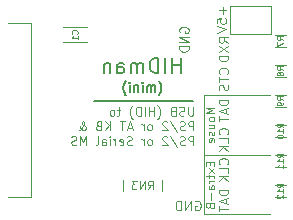
<source format=gbr>
%TF.GenerationSoftware,KiCad,Pcbnew,(5.1.9)-1*%
%TF.CreationDate,2022-11-25T13:08:51-06:00*%
%TF.ProjectId,pcb,7063622e-6b69-4636-9164-5f7063625858,rev?*%
%TF.SameCoordinates,Original*%
%TF.FileFunction,Legend,Bot*%
%TF.FilePolarity,Positive*%
%FSLAX46Y46*%
G04 Gerber Fmt 4.6, Leading zero omitted, Abs format (unit mm)*
G04 Created by KiCad (PCBNEW (5.1.9)-1) date 2022-11-25 13:08:51*
%MOMM*%
%LPD*%
G01*
G04 APERTURE LIST*
%ADD10C,0.130000*%
%ADD11C,0.150000*%
%ADD12C,0.120000*%
%ADD13C,0.200000*%
%ADD14C,0.100000*%
%ADD15C,0.110000*%
G04 APERTURE END LIST*
D10*
X141090476Y-100361666D02*
X141128571Y-100323571D01*
X141204761Y-100209285D01*
X141242857Y-100133095D01*
X141280952Y-100018809D01*
X141319047Y-99828333D01*
X141319047Y-99675952D01*
X141280952Y-99485476D01*
X141242857Y-99371190D01*
X141204761Y-99295000D01*
X141128571Y-99180714D01*
X141090476Y-99142619D01*
X140785714Y-100056904D02*
X140785714Y-99523571D01*
X140785714Y-99599761D02*
X140747619Y-99561666D01*
X140671428Y-99523571D01*
X140557142Y-99523571D01*
X140480952Y-99561666D01*
X140442857Y-99637857D01*
X140442857Y-100056904D01*
X140442857Y-99637857D02*
X140404761Y-99561666D01*
X140328571Y-99523571D01*
X140214285Y-99523571D01*
X140138095Y-99561666D01*
X140100000Y-99637857D01*
X140100000Y-100056904D01*
X139719047Y-100056904D02*
X139719047Y-99523571D01*
X139719047Y-99256904D02*
X139757142Y-99295000D01*
X139719047Y-99333095D01*
X139680952Y-99295000D01*
X139719047Y-99256904D01*
X139719047Y-99333095D01*
X139338095Y-99523571D02*
X139338095Y-100056904D01*
X139338095Y-99599761D02*
X139300000Y-99561666D01*
X139223809Y-99523571D01*
X139109523Y-99523571D01*
X139033333Y-99561666D01*
X138995238Y-99637857D01*
X138995238Y-100056904D01*
X138614285Y-100056904D02*
X138614285Y-99523571D01*
X138614285Y-99256904D02*
X138652380Y-99295000D01*
X138614285Y-99333095D01*
X138576190Y-99295000D01*
X138614285Y-99256904D01*
X138614285Y-99333095D01*
X138309523Y-100361666D02*
X138271428Y-100323571D01*
X138195238Y-100209285D01*
X138157142Y-100133095D01*
X138119047Y-100018809D01*
X138080952Y-99828333D01*
X138080952Y-99675952D01*
X138119047Y-99485476D01*
X138157142Y-99371190D01*
X138195238Y-99295000D01*
X138271428Y-99180714D01*
X138309523Y-99142619D01*
D11*
X144018000Y-100838000D02*
X135636000Y-100838000D01*
D12*
X142856000Y-95021476D02*
X142817904Y-94945285D01*
X142817904Y-94831000D01*
X142856000Y-94716714D01*
X142932190Y-94640523D01*
X143008380Y-94602428D01*
X143160761Y-94564333D01*
X143275047Y-94564333D01*
X143427428Y-94602428D01*
X143503619Y-94640523D01*
X143579809Y-94716714D01*
X143617904Y-94831000D01*
X143617904Y-94907190D01*
X143579809Y-95021476D01*
X143541714Y-95059571D01*
X143275047Y-95059571D01*
X143275047Y-94907190D01*
X143617904Y-95402428D02*
X142817904Y-95402428D01*
X143617904Y-95859571D01*
X142817904Y-95859571D01*
X143617904Y-96240523D02*
X142817904Y-96240523D01*
X142817904Y-96431000D01*
X142856000Y-96545285D01*
X142932190Y-96621476D01*
X143008380Y-96659571D01*
X143160761Y-96697666D01*
X143275047Y-96697666D01*
X143427428Y-96659571D01*
X143503619Y-96621476D01*
X143579809Y-96545285D01*
X143617904Y-96431000D01*
X143617904Y-96240523D01*
X144015428Y-101341285D02*
X144015428Y-101948428D01*
X143979714Y-102019857D01*
X143944000Y-102055571D01*
X143872571Y-102091285D01*
X143729714Y-102091285D01*
X143658285Y-102055571D01*
X143622571Y-102019857D01*
X143586857Y-101948428D01*
X143586857Y-101341285D01*
X143265428Y-102055571D02*
X143158285Y-102091285D01*
X142979714Y-102091285D01*
X142908285Y-102055571D01*
X142872571Y-102019857D01*
X142836857Y-101948428D01*
X142836857Y-101877000D01*
X142872571Y-101805571D01*
X142908285Y-101769857D01*
X142979714Y-101734142D01*
X143122571Y-101698428D01*
X143194000Y-101662714D01*
X143229714Y-101627000D01*
X143265428Y-101555571D01*
X143265428Y-101484142D01*
X143229714Y-101412714D01*
X143194000Y-101377000D01*
X143122571Y-101341285D01*
X142944000Y-101341285D01*
X142836857Y-101377000D01*
X142265428Y-101698428D02*
X142158285Y-101734142D01*
X142122571Y-101769857D01*
X142086857Y-101841285D01*
X142086857Y-101948428D01*
X142122571Y-102019857D01*
X142158285Y-102055571D01*
X142229714Y-102091285D01*
X142515428Y-102091285D01*
X142515428Y-101341285D01*
X142265428Y-101341285D01*
X142194000Y-101377000D01*
X142158285Y-101412714D01*
X142122571Y-101484142D01*
X142122571Y-101555571D01*
X142158285Y-101627000D01*
X142194000Y-101662714D01*
X142265428Y-101698428D01*
X142515428Y-101698428D01*
X140979714Y-102377000D02*
X141015428Y-102341285D01*
X141086857Y-102234142D01*
X141122571Y-102162714D01*
X141158285Y-102055571D01*
X141194000Y-101877000D01*
X141194000Y-101734142D01*
X141158285Y-101555571D01*
X141122571Y-101448428D01*
X141086857Y-101377000D01*
X141015428Y-101269857D01*
X140979714Y-101234142D01*
X140694000Y-102091285D02*
X140694000Y-101341285D01*
X140694000Y-101698428D02*
X140265428Y-101698428D01*
X140265428Y-102091285D02*
X140265428Y-101341285D01*
X139908285Y-102091285D02*
X139908285Y-101341285D01*
X139551142Y-102091285D02*
X139551142Y-101341285D01*
X139372571Y-101341285D01*
X139265428Y-101377000D01*
X139194000Y-101448428D01*
X139158285Y-101519857D01*
X139122571Y-101662714D01*
X139122571Y-101769857D01*
X139158285Y-101912714D01*
X139194000Y-101984142D01*
X139265428Y-102055571D01*
X139372571Y-102091285D01*
X139551142Y-102091285D01*
X138872571Y-102377000D02*
X138836857Y-102341285D01*
X138765428Y-102234142D01*
X138729714Y-102162714D01*
X138694000Y-102055571D01*
X138658285Y-101877000D01*
X138658285Y-101734142D01*
X138694000Y-101555571D01*
X138729714Y-101448428D01*
X138765428Y-101377000D01*
X138836857Y-101269857D01*
X138872571Y-101234142D01*
X137836857Y-101591285D02*
X137551142Y-101591285D01*
X137729714Y-101341285D02*
X137729714Y-101984142D01*
X137694000Y-102055571D01*
X137622571Y-102091285D01*
X137551142Y-102091285D01*
X137194000Y-102091285D02*
X137265428Y-102055571D01*
X137301142Y-102019857D01*
X137336857Y-101948428D01*
X137336857Y-101734142D01*
X137301142Y-101662714D01*
X137265428Y-101627000D01*
X137194000Y-101591285D01*
X137086857Y-101591285D01*
X137015428Y-101627000D01*
X136979714Y-101662714D01*
X136944000Y-101734142D01*
X136944000Y-101948428D01*
X136979714Y-102019857D01*
X137015428Y-102055571D01*
X137086857Y-102091285D01*
X137194000Y-102091285D01*
X144015428Y-103336285D02*
X144015428Y-102586285D01*
X143729714Y-102586285D01*
X143658285Y-102622000D01*
X143622571Y-102657714D01*
X143586857Y-102729142D01*
X143586857Y-102836285D01*
X143622571Y-102907714D01*
X143658285Y-102943428D01*
X143729714Y-102979142D01*
X144015428Y-102979142D01*
X143301142Y-103300571D02*
X143194000Y-103336285D01*
X143015428Y-103336285D01*
X142944000Y-103300571D01*
X142908285Y-103264857D01*
X142872571Y-103193428D01*
X142872571Y-103122000D01*
X142908285Y-103050571D01*
X142944000Y-103014857D01*
X143015428Y-102979142D01*
X143158285Y-102943428D01*
X143229714Y-102907714D01*
X143265428Y-102872000D01*
X143301142Y-102800571D01*
X143301142Y-102729142D01*
X143265428Y-102657714D01*
X143229714Y-102622000D01*
X143158285Y-102586285D01*
X142979714Y-102586285D01*
X142872571Y-102622000D01*
X142015428Y-102550571D02*
X142658285Y-103514857D01*
X141801142Y-102657714D02*
X141765428Y-102622000D01*
X141694000Y-102586285D01*
X141515428Y-102586285D01*
X141444000Y-102622000D01*
X141408285Y-102657714D01*
X141372571Y-102729142D01*
X141372571Y-102800571D01*
X141408285Y-102907714D01*
X141836857Y-103336285D01*
X141372571Y-103336285D01*
X140372571Y-103336285D02*
X140444000Y-103300571D01*
X140479714Y-103264857D01*
X140515428Y-103193428D01*
X140515428Y-102979142D01*
X140479714Y-102907714D01*
X140444000Y-102872000D01*
X140372571Y-102836285D01*
X140265428Y-102836285D01*
X140194000Y-102872000D01*
X140158285Y-102907714D01*
X140122571Y-102979142D01*
X140122571Y-103193428D01*
X140158285Y-103264857D01*
X140194000Y-103300571D01*
X140265428Y-103336285D01*
X140372571Y-103336285D01*
X139801142Y-103336285D02*
X139801142Y-102836285D01*
X139801142Y-102979142D02*
X139765428Y-102907714D01*
X139729714Y-102872000D01*
X139658285Y-102836285D01*
X139586857Y-102836285D01*
X138801142Y-103122000D02*
X138444000Y-103122000D01*
X138872571Y-103336285D02*
X138622571Y-102586285D01*
X138372571Y-103336285D01*
X138229714Y-102586285D02*
X137801142Y-102586285D01*
X138015428Y-103336285D02*
X138015428Y-102586285D01*
X136979714Y-103336285D02*
X136979714Y-102586285D01*
X136551142Y-103336285D02*
X136872571Y-102907714D01*
X136551142Y-102586285D02*
X136979714Y-103014857D01*
X135979714Y-102943428D02*
X135872571Y-102979142D01*
X135836857Y-103014857D01*
X135801142Y-103086285D01*
X135801142Y-103193428D01*
X135836857Y-103264857D01*
X135872571Y-103300571D01*
X135944000Y-103336285D01*
X136229714Y-103336285D01*
X136229714Y-102586285D01*
X135979714Y-102586285D01*
X135908285Y-102622000D01*
X135872571Y-102657714D01*
X135836857Y-102729142D01*
X135836857Y-102800571D01*
X135872571Y-102872000D01*
X135908285Y-102907714D01*
X135979714Y-102943428D01*
X136229714Y-102943428D01*
X134301142Y-103336285D02*
X134336857Y-103336285D01*
X134408285Y-103300571D01*
X134515428Y-103193428D01*
X134694000Y-102979142D01*
X134765428Y-102872000D01*
X134801142Y-102764857D01*
X134801142Y-102693428D01*
X134765428Y-102622000D01*
X134694000Y-102586285D01*
X134658285Y-102586285D01*
X134586857Y-102622000D01*
X134551142Y-102693428D01*
X134551142Y-102729142D01*
X134586857Y-102800571D01*
X134622571Y-102836285D01*
X134836857Y-102979142D01*
X134872571Y-103014857D01*
X134908285Y-103086285D01*
X134908285Y-103193428D01*
X134872571Y-103264857D01*
X134836857Y-103300571D01*
X134765428Y-103336285D01*
X134658285Y-103336285D01*
X134586857Y-103300571D01*
X134551142Y-103264857D01*
X134444000Y-103122000D01*
X134408285Y-103014857D01*
X134408285Y-102943428D01*
X144015428Y-104581285D02*
X144015428Y-103831285D01*
X143729714Y-103831285D01*
X143658285Y-103867000D01*
X143622571Y-103902714D01*
X143586857Y-103974142D01*
X143586857Y-104081285D01*
X143622571Y-104152714D01*
X143658285Y-104188428D01*
X143729714Y-104224142D01*
X144015428Y-104224142D01*
X143301142Y-104545571D02*
X143194000Y-104581285D01*
X143015428Y-104581285D01*
X142944000Y-104545571D01*
X142908285Y-104509857D01*
X142872571Y-104438428D01*
X142872571Y-104367000D01*
X142908285Y-104295571D01*
X142944000Y-104259857D01*
X143015428Y-104224142D01*
X143158285Y-104188428D01*
X143229714Y-104152714D01*
X143265428Y-104117000D01*
X143301142Y-104045571D01*
X143301142Y-103974142D01*
X143265428Y-103902714D01*
X143229714Y-103867000D01*
X143158285Y-103831285D01*
X142979714Y-103831285D01*
X142872571Y-103867000D01*
X142015428Y-103795571D02*
X142658285Y-104759857D01*
X141801142Y-103902714D02*
X141765428Y-103867000D01*
X141694000Y-103831285D01*
X141515428Y-103831285D01*
X141444000Y-103867000D01*
X141408285Y-103902714D01*
X141372571Y-103974142D01*
X141372571Y-104045571D01*
X141408285Y-104152714D01*
X141836857Y-104581285D01*
X141372571Y-104581285D01*
X140372571Y-104581285D02*
X140444000Y-104545571D01*
X140479714Y-104509857D01*
X140515428Y-104438428D01*
X140515428Y-104224142D01*
X140479714Y-104152714D01*
X140444000Y-104117000D01*
X140372571Y-104081285D01*
X140265428Y-104081285D01*
X140194000Y-104117000D01*
X140158285Y-104152714D01*
X140122571Y-104224142D01*
X140122571Y-104438428D01*
X140158285Y-104509857D01*
X140194000Y-104545571D01*
X140265428Y-104581285D01*
X140372571Y-104581285D01*
X139801142Y-104581285D02*
X139801142Y-104081285D01*
X139801142Y-104224142D02*
X139765428Y-104152714D01*
X139729714Y-104117000D01*
X139658285Y-104081285D01*
X139586857Y-104081285D01*
X138801142Y-104545571D02*
X138694000Y-104581285D01*
X138515428Y-104581285D01*
X138444000Y-104545571D01*
X138408285Y-104509857D01*
X138372571Y-104438428D01*
X138372571Y-104367000D01*
X138408285Y-104295571D01*
X138444000Y-104259857D01*
X138515428Y-104224142D01*
X138658285Y-104188428D01*
X138729714Y-104152714D01*
X138765428Y-104117000D01*
X138801142Y-104045571D01*
X138801142Y-103974142D01*
X138765428Y-103902714D01*
X138729714Y-103867000D01*
X138658285Y-103831285D01*
X138479714Y-103831285D01*
X138372571Y-103867000D01*
X137765428Y-104545571D02*
X137836857Y-104581285D01*
X137979714Y-104581285D01*
X138051142Y-104545571D01*
X138086857Y-104474142D01*
X138086857Y-104188428D01*
X138051142Y-104117000D01*
X137979714Y-104081285D01*
X137836857Y-104081285D01*
X137765428Y-104117000D01*
X137729714Y-104188428D01*
X137729714Y-104259857D01*
X138086857Y-104331285D01*
X137408285Y-104581285D02*
X137408285Y-104081285D01*
X137408285Y-104224142D02*
X137372571Y-104152714D01*
X137336857Y-104117000D01*
X137265428Y-104081285D01*
X137194000Y-104081285D01*
X136944000Y-104581285D02*
X136944000Y-104081285D01*
X136944000Y-103831285D02*
X136979714Y-103867000D01*
X136944000Y-103902714D01*
X136908285Y-103867000D01*
X136944000Y-103831285D01*
X136944000Y-103902714D01*
X136265428Y-104581285D02*
X136265428Y-104188428D01*
X136301142Y-104117000D01*
X136372571Y-104081285D01*
X136515428Y-104081285D01*
X136586857Y-104117000D01*
X136265428Y-104545571D02*
X136336857Y-104581285D01*
X136515428Y-104581285D01*
X136586857Y-104545571D01*
X136622571Y-104474142D01*
X136622571Y-104402714D01*
X136586857Y-104331285D01*
X136515428Y-104295571D01*
X136336857Y-104295571D01*
X136265428Y-104259857D01*
X135801142Y-104581285D02*
X135872571Y-104545571D01*
X135908285Y-104474142D01*
X135908285Y-103831285D01*
X134944000Y-104581285D02*
X134944000Y-103831285D01*
X134694000Y-104367000D01*
X134444000Y-103831285D01*
X134444000Y-104581285D01*
X134122571Y-104545571D02*
X134015428Y-104581285D01*
X133836857Y-104581285D01*
X133765428Y-104545571D01*
X133729714Y-104509857D01*
X133694000Y-104438428D01*
X133694000Y-104367000D01*
X133729714Y-104295571D01*
X133765428Y-104259857D01*
X133836857Y-104224142D01*
X133979714Y-104188428D01*
X134051142Y-104152714D01*
X134086857Y-104117000D01*
X134122571Y-104045571D01*
X134122571Y-103974142D01*
X134086857Y-103902714D01*
X134051142Y-103867000D01*
X133979714Y-103831285D01*
X133801142Y-103831285D01*
X133694000Y-103867000D01*
D13*
X142944047Y-98482476D02*
X142944047Y-97232476D01*
X142944047Y-97827714D02*
X142229761Y-97827714D01*
X142229761Y-98482476D02*
X142229761Y-97232476D01*
X141634523Y-98482476D02*
X141634523Y-97232476D01*
X141039285Y-98482476D02*
X141039285Y-97232476D01*
X140741666Y-97232476D01*
X140563095Y-97292000D01*
X140444047Y-97411047D01*
X140384523Y-97530095D01*
X140325000Y-97768190D01*
X140325000Y-97946761D01*
X140384523Y-98184857D01*
X140444047Y-98303904D01*
X140563095Y-98422952D01*
X140741666Y-98482476D01*
X141039285Y-98482476D01*
X139789285Y-98482476D02*
X139789285Y-97649142D01*
X139789285Y-97768190D02*
X139729761Y-97708666D01*
X139610714Y-97649142D01*
X139432142Y-97649142D01*
X139313095Y-97708666D01*
X139253571Y-97827714D01*
X139253571Y-98482476D01*
X139253571Y-97827714D02*
X139194047Y-97708666D01*
X139075000Y-97649142D01*
X138896428Y-97649142D01*
X138777380Y-97708666D01*
X138717857Y-97827714D01*
X138717857Y-98482476D01*
X137586904Y-98482476D02*
X137586904Y-97827714D01*
X137646428Y-97708666D01*
X137765476Y-97649142D01*
X138003571Y-97649142D01*
X138122619Y-97708666D01*
X137586904Y-98422952D02*
X137705952Y-98482476D01*
X138003571Y-98482476D01*
X138122619Y-98422952D01*
X138182142Y-98303904D01*
X138182142Y-98184857D01*
X138122619Y-98065809D01*
X138003571Y-98006285D01*
X137705952Y-98006285D01*
X137586904Y-97946761D01*
X136991666Y-97649142D02*
X136991666Y-98482476D01*
X136991666Y-97768190D02*
X136932142Y-97708666D01*
X136813095Y-97649142D01*
X136634523Y-97649142D01*
X136515476Y-97708666D01*
X136455952Y-97827714D01*
X136455952Y-98482476D01*
D12*
X150495000Y-100330000D02*
X144907000Y-100330000D01*
X150495000Y-110426500D02*
X144907000Y-110426500D01*
X144907000Y-105410000D02*
X144907000Y-110426500D01*
X144907000Y-100330000D02*
X144907000Y-105410000D01*
X150495000Y-105410000D02*
X144907000Y-105410000D01*
X144183023Y-109328000D02*
X144259214Y-109289904D01*
X144373500Y-109289904D01*
X144487785Y-109328000D01*
X144563976Y-109404190D01*
X144602071Y-109480380D01*
X144640166Y-109632761D01*
X144640166Y-109747047D01*
X144602071Y-109899428D01*
X144563976Y-109975619D01*
X144487785Y-110051809D01*
X144373500Y-110089904D01*
X144297309Y-110089904D01*
X144183023Y-110051809D01*
X144144928Y-110013714D01*
X144144928Y-109747047D01*
X144297309Y-109747047D01*
X143802071Y-110089904D02*
X143802071Y-109289904D01*
X143344928Y-110089904D01*
X143344928Y-109289904D01*
X142963976Y-110089904D02*
X142963976Y-109289904D01*
X142773500Y-109289904D01*
X142659214Y-109328000D01*
X142583023Y-109404190D01*
X142544928Y-109480380D01*
X142506833Y-109632761D01*
X142506833Y-109747047D01*
X142544928Y-109899428D01*
X142583023Y-109975619D01*
X142659214Y-110051809D01*
X142773500Y-110089904D01*
X142963976Y-110089904D01*
X145428500Y-106000000D02*
X145428500Y-106233333D01*
X145795166Y-106333333D02*
X145795166Y-106000000D01*
X145095166Y-106000000D01*
X145095166Y-106333333D01*
X145795166Y-106566666D02*
X145328500Y-106933333D01*
X145328500Y-106566666D02*
X145795166Y-106933333D01*
X145328500Y-107100000D02*
X145328500Y-107366666D01*
X145095166Y-107200000D02*
X145695166Y-107200000D01*
X145761833Y-107233333D01*
X145795166Y-107300000D01*
X145795166Y-107366666D01*
X145795166Y-107600000D02*
X145328500Y-107600000D01*
X145461833Y-107600000D02*
X145395166Y-107633333D01*
X145361833Y-107666666D01*
X145328500Y-107733333D01*
X145328500Y-107800000D01*
X145795166Y-108333333D02*
X145428500Y-108333333D01*
X145361833Y-108300000D01*
X145328500Y-108233333D01*
X145328500Y-108100000D01*
X145361833Y-108033333D01*
X145761833Y-108333333D02*
X145795166Y-108266666D01*
X145795166Y-108100000D01*
X145761833Y-108033333D01*
X145695166Y-108000000D01*
X145628500Y-108000000D01*
X145561833Y-108033333D01*
X145528500Y-108100000D01*
X145528500Y-108266666D01*
X145495166Y-108333333D01*
X145528500Y-108666666D02*
X145528500Y-109200000D01*
X145428500Y-109766666D02*
X145461833Y-109866666D01*
X145495166Y-109900000D01*
X145561833Y-109933333D01*
X145661833Y-109933333D01*
X145728500Y-109900000D01*
X145761833Y-109866666D01*
X145795166Y-109800000D01*
X145795166Y-109533333D01*
X145095166Y-109533333D01*
X145095166Y-109766666D01*
X145128500Y-109833333D01*
X145161833Y-109866666D01*
X145228500Y-109900000D01*
X145295166Y-109900000D01*
X145361833Y-109866666D01*
X145395166Y-109833333D01*
X145428500Y-109766666D01*
X145428500Y-109533333D01*
X145795166Y-101420000D02*
X145095166Y-101420000D01*
X145595166Y-101653333D01*
X145095166Y-101886666D01*
X145795166Y-101886666D01*
X145795166Y-102320000D02*
X145761833Y-102253333D01*
X145728500Y-102220000D01*
X145661833Y-102186666D01*
X145461833Y-102186666D01*
X145395166Y-102220000D01*
X145361833Y-102253333D01*
X145328500Y-102320000D01*
X145328500Y-102420000D01*
X145361833Y-102486666D01*
X145395166Y-102520000D01*
X145461833Y-102553333D01*
X145661833Y-102553333D01*
X145728500Y-102520000D01*
X145761833Y-102486666D01*
X145795166Y-102420000D01*
X145795166Y-102320000D01*
X145328500Y-103153333D02*
X145795166Y-103153333D01*
X145328500Y-102853333D02*
X145695166Y-102853333D01*
X145761833Y-102886666D01*
X145795166Y-102953333D01*
X145795166Y-103053333D01*
X145761833Y-103120000D01*
X145728500Y-103153333D01*
X145761833Y-103453333D02*
X145795166Y-103520000D01*
X145795166Y-103653333D01*
X145761833Y-103720000D01*
X145695166Y-103753333D01*
X145661833Y-103753333D01*
X145595166Y-103720000D01*
X145561833Y-103653333D01*
X145561833Y-103553333D01*
X145528500Y-103486666D01*
X145461833Y-103453333D01*
X145428500Y-103453333D01*
X145361833Y-103486666D01*
X145328500Y-103553333D01*
X145328500Y-103653333D01*
X145361833Y-103720000D01*
X145761833Y-104320000D02*
X145795166Y-104253333D01*
X145795166Y-104120000D01*
X145761833Y-104053333D01*
X145695166Y-104020000D01*
X145428500Y-104020000D01*
X145361833Y-104053333D01*
X145328500Y-104120000D01*
X145328500Y-104253333D01*
X145361833Y-104320000D01*
X145428500Y-104353333D01*
X145495166Y-104353333D01*
X145561833Y-104020000D01*
X146983404Y-108362857D02*
X146183404Y-108362857D01*
X146183404Y-108553333D01*
X146221500Y-108667619D01*
X146297690Y-108743809D01*
X146373880Y-108781904D01*
X146526261Y-108820000D01*
X146640547Y-108820000D01*
X146792928Y-108781904D01*
X146869119Y-108743809D01*
X146945309Y-108667619D01*
X146983404Y-108553333D01*
X146983404Y-108362857D01*
X146754833Y-109124761D02*
X146754833Y-109505714D01*
X146983404Y-109048571D02*
X146183404Y-109315238D01*
X146983404Y-109581904D01*
X146183404Y-109734285D02*
X146183404Y-110191428D01*
X146983404Y-109962857D02*
X146183404Y-109962857D01*
X146907214Y-106203809D02*
X146945309Y-106165714D01*
X146983404Y-106051428D01*
X146983404Y-105975238D01*
X146945309Y-105860952D01*
X146869119Y-105784761D01*
X146792928Y-105746666D01*
X146640547Y-105708571D01*
X146526261Y-105708571D01*
X146373880Y-105746666D01*
X146297690Y-105784761D01*
X146221500Y-105860952D01*
X146183404Y-105975238D01*
X146183404Y-106051428D01*
X146221500Y-106165714D01*
X146259595Y-106203809D01*
X146983404Y-106927619D02*
X146983404Y-106546666D01*
X146183404Y-106546666D01*
X146983404Y-107194285D02*
X146183404Y-107194285D01*
X146983404Y-107651428D02*
X146526261Y-107308571D01*
X146183404Y-107651428D02*
X146640547Y-107194285D01*
X146983404Y-95923166D02*
X146602452Y-95656500D01*
X146983404Y-95466023D02*
X146183404Y-95466023D01*
X146183404Y-95770785D01*
X146221500Y-95846976D01*
X146259595Y-95885071D01*
X146335785Y-95923166D01*
X146450071Y-95923166D01*
X146526261Y-95885071D01*
X146564357Y-95846976D01*
X146602452Y-95770785D01*
X146602452Y-95466023D01*
X146183404Y-96189833D02*
X146983404Y-96723166D01*
X146183404Y-96723166D02*
X146983404Y-96189833D01*
X146983404Y-97027928D02*
X146183404Y-97027928D01*
X146183404Y-97218404D01*
X146221500Y-97332690D01*
X146297690Y-97408880D01*
X146373880Y-97446976D01*
X146526261Y-97485071D01*
X146640547Y-97485071D01*
X146792928Y-97446976D01*
X146869119Y-97408880D01*
X146945309Y-97332690D01*
X146983404Y-97218404D01*
X146983404Y-97027928D01*
X146907214Y-98558404D02*
X146945309Y-98520309D01*
X146983404Y-98406023D01*
X146983404Y-98329833D01*
X146945309Y-98215547D01*
X146869119Y-98139357D01*
X146792928Y-98101261D01*
X146640547Y-98063166D01*
X146526261Y-98063166D01*
X146373880Y-98101261D01*
X146297690Y-98139357D01*
X146221500Y-98215547D01*
X146183404Y-98329833D01*
X146183404Y-98406023D01*
X146221500Y-98520309D01*
X146259595Y-98558404D01*
X146183404Y-98786976D02*
X146183404Y-99244119D01*
X146983404Y-99015547D02*
X146183404Y-99015547D01*
X146945309Y-99472690D02*
X146983404Y-99586976D01*
X146983404Y-99777452D01*
X146945309Y-99853642D01*
X146907214Y-99891738D01*
X146831023Y-99929833D01*
X146754833Y-99929833D01*
X146678642Y-99891738D01*
X146640547Y-99853642D01*
X146602452Y-99777452D01*
X146564357Y-99625071D01*
X146526261Y-99548880D01*
X146488166Y-99510785D01*
X146411976Y-99472690D01*
X146335785Y-99472690D01*
X146259595Y-99510785D01*
X146221500Y-99548880D01*
X146183404Y-99625071D01*
X146183404Y-99815547D01*
X146221500Y-99929833D01*
X146488142Y-92887928D02*
X146488142Y-93497452D01*
X146792904Y-93192690D02*
X146183380Y-93192690D01*
X145992904Y-94259357D02*
X145992904Y-93878404D01*
X146373857Y-93840309D01*
X146335761Y-93878404D01*
X146297666Y-93954595D01*
X146297666Y-94145071D01*
X146335761Y-94221261D01*
X146373857Y-94259357D01*
X146450047Y-94297452D01*
X146640523Y-94297452D01*
X146716714Y-94259357D01*
X146754809Y-94221261D01*
X146792904Y-94145071D01*
X146792904Y-93954595D01*
X146754809Y-93878404D01*
X146716714Y-93840309D01*
X145992904Y-94526023D02*
X146792904Y-94792690D01*
X145992904Y-95059357D01*
X146907214Y-103663809D02*
X146945309Y-103625714D01*
X146983404Y-103511428D01*
X146983404Y-103435238D01*
X146945309Y-103320952D01*
X146869119Y-103244761D01*
X146792928Y-103206666D01*
X146640547Y-103168571D01*
X146526261Y-103168571D01*
X146373880Y-103206666D01*
X146297690Y-103244761D01*
X146221500Y-103320952D01*
X146183404Y-103435238D01*
X146183404Y-103511428D01*
X146221500Y-103625714D01*
X146259595Y-103663809D01*
X146983404Y-104387619D02*
X146983404Y-104006666D01*
X146183404Y-104006666D01*
X146983404Y-104654285D02*
X146183404Y-104654285D01*
X146983404Y-105111428D02*
X146526261Y-104768571D01*
X146183404Y-105111428D02*
X146640547Y-104654285D01*
X146983404Y-100742857D02*
X146183404Y-100742857D01*
X146183404Y-100933333D01*
X146221500Y-101047619D01*
X146297690Y-101123809D01*
X146373880Y-101161904D01*
X146526261Y-101200000D01*
X146640547Y-101200000D01*
X146792928Y-101161904D01*
X146869119Y-101123809D01*
X146945309Y-101047619D01*
X146983404Y-100933333D01*
X146983404Y-100742857D01*
X146754833Y-101504761D02*
X146754833Y-101885714D01*
X146983404Y-101428571D02*
X146183404Y-101695238D01*
X146983404Y-101961904D01*
X146183404Y-102114285D02*
X146183404Y-102571428D01*
X146983404Y-102342857D02*
X146183404Y-102342857D01*
%TO.C,P1*%
X128299000Y-108960000D02*
X130279000Y-108960000D01*
X130279000Y-94240000D02*
X128299000Y-94240000D01*
X130279000Y-94240000D02*
X130279000Y-108960000D01*
%TO.C,RN2*%
X147129500Y-92773500D02*
X147129500Y-95186500D01*
X147129500Y-95186500D02*
X150558500Y-95186500D01*
X150558500Y-92773500D02*
X150558500Y-95186500D01*
X147129500Y-92773500D02*
X150558500Y-92773500D01*
%TO.C,RN3*%
X141380000Y-107513500D02*
X141380000Y-108513500D01*
X138020000Y-107513500D02*
X138020000Y-108513500D01*
D14*
%TO.C,C1*%
X132985000Y-95875000D02*
X134985000Y-95875000D01*
X132985000Y-94625000D02*
X134985000Y-94625000D01*
%TO.C,R7*%
X151828500Y-96266000D02*
X150939500Y-96266000D01*
X151828500Y-95250000D02*
X150939500Y-95250000D01*
%TO.C,R8*%
X151828500Y-97790000D02*
X150939500Y-97790000D01*
X151828500Y-98806000D02*
X150939500Y-98806000D01*
%TO.C,R9*%
X151828500Y-101346000D02*
X150939500Y-101346000D01*
X151828500Y-100330000D02*
X150939500Y-100330000D01*
%TO.C,R10*%
X151828500Y-102870000D02*
X150939500Y-102870000D01*
X151828500Y-103886000D02*
X150939500Y-103886000D01*
%TO.C,R11*%
X151828500Y-106426000D02*
X150939500Y-106426000D01*
X151828500Y-105410000D02*
X150939500Y-105410000D01*
%TO.C,R12*%
X151828500Y-107950000D02*
X150939500Y-107950000D01*
X151828500Y-108966000D02*
X150939500Y-108966000D01*
%TO.C,RN3*%
D15*
X140183333Y-108330166D02*
X140416666Y-107996833D01*
X140583333Y-108330166D02*
X140583333Y-107630166D01*
X140316666Y-107630166D01*
X140250000Y-107663500D01*
X140216666Y-107696833D01*
X140183333Y-107763500D01*
X140183333Y-107863500D01*
X140216666Y-107930166D01*
X140250000Y-107963500D01*
X140316666Y-107996833D01*
X140583333Y-107996833D01*
X139883333Y-108330166D02*
X139883333Y-107630166D01*
X139483333Y-108330166D01*
X139483333Y-107630166D01*
X139216666Y-107630166D02*
X138783333Y-107630166D01*
X139016666Y-107896833D01*
X138916666Y-107896833D01*
X138850000Y-107930166D01*
X138816666Y-107963500D01*
X138783333Y-108030166D01*
X138783333Y-108196833D01*
X138816666Y-108263500D01*
X138850000Y-108296833D01*
X138916666Y-108330166D01*
X139116666Y-108330166D01*
X139183333Y-108296833D01*
X139216666Y-108263500D01*
%TO.C,C1*%
D14*
X134163571Y-95166666D02*
X134187380Y-95142857D01*
X134211190Y-95071428D01*
X134211190Y-95023809D01*
X134187380Y-94952380D01*
X134139761Y-94904761D01*
X134092142Y-94880952D01*
X133996904Y-94857142D01*
X133925476Y-94857142D01*
X133830238Y-94880952D01*
X133782619Y-94904761D01*
X133735000Y-94952380D01*
X133711190Y-95023809D01*
X133711190Y-95071428D01*
X133735000Y-95142857D01*
X133758809Y-95166666D01*
X134211190Y-95642857D02*
X134211190Y-95357142D01*
X134211190Y-95500000D02*
X133711190Y-95500000D01*
X133782619Y-95452380D01*
X133830238Y-95404761D01*
X133854047Y-95357142D01*
%TO.C,R7*%
X151610190Y-95674666D02*
X151372095Y-95508000D01*
X151610190Y-95388952D02*
X151110190Y-95388952D01*
X151110190Y-95579428D01*
X151134000Y-95627047D01*
X151157809Y-95650857D01*
X151205428Y-95674666D01*
X151276857Y-95674666D01*
X151324476Y-95650857D01*
X151348285Y-95627047D01*
X151372095Y-95579428D01*
X151372095Y-95388952D01*
X151110190Y-95841333D02*
X151110190Y-96174666D01*
X151610190Y-95960380D01*
%TO.C,R8*%
X151610190Y-98214666D02*
X151372095Y-98048000D01*
X151610190Y-97928952D02*
X151110190Y-97928952D01*
X151110190Y-98119428D01*
X151134000Y-98167047D01*
X151157809Y-98190857D01*
X151205428Y-98214666D01*
X151276857Y-98214666D01*
X151324476Y-98190857D01*
X151348285Y-98167047D01*
X151372095Y-98119428D01*
X151372095Y-97928952D01*
X151324476Y-98500380D02*
X151300666Y-98452761D01*
X151276857Y-98428952D01*
X151229238Y-98405142D01*
X151205428Y-98405142D01*
X151157809Y-98428952D01*
X151134000Y-98452761D01*
X151110190Y-98500380D01*
X151110190Y-98595619D01*
X151134000Y-98643238D01*
X151157809Y-98667047D01*
X151205428Y-98690857D01*
X151229238Y-98690857D01*
X151276857Y-98667047D01*
X151300666Y-98643238D01*
X151324476Y-98595619D01*
X151324476Y-98500380D01*
X151348285Y-98452761D01*
X151372095Y-98428952D01*
X151419714Y-98405142D01*
X151514952Y-98405142D01*
X151562571Y-98428952D01*
X151586380Y-98452761D01*
X151610190Y-98500380D01*
X151610190Y-98595619D01*
X151586380Y-98643238D01*
X151562571Y-98667047D01*
X151514952Y-98690857D01*
X151419714Y-98690857D01*
X151372095Y-98667047D01*
X151348285Y-98643238D01*
X151324476Y-98595619D01*
%TO.C,R9*%
X151610190Y-100754666D02*
X151372095Y-100588000D01*
X151610190Y-100468952D02*
X151110190Y-100468952D01*
X151110190Y-100659428D01*
X151134000Y-100707047D01*
X151157809Y-100730857D01*
X151205428Y-100754666D01*
X151276857Y-100754666D01*
X151324476Y-100730857D01*
X151348285Y-100707047D01*
X151372095Y-100659428D01*
X151372095Y-100468952D01*
X151610190Y-100992761D02*
X151610190Y-101088000D01*
X151586380Y-101135619D01*
X151562571Y-101159428D01*
X151491142Y-101207047D01*
X151395904Y-101230857D01*
X151205428Y-101230857D01*
X151157809Y-101207047D01*
X151134000Y-101183238D01*
X151110190Y-101135619D01*
X151110190Y-101040380D01*
X151134000Y-100992761D01*
X151157809Y-100968952D01*
X151205428Y-100945142D01*
X151324476Y-100945142D01*
X151372095Y-100968952D01*
X151395904Y-100992761D01*
X151419714Y-101040380D01*
X151419714Y-101135619D01*
X151395904Y-101183238D01*
X151372095Y-101207047D01*
X151324476Y-101230857D01*
%TO.C,R10*%
X151610190Y-103056571D02*
X151372095Y-102889904D01*
X151610190Y-102770857D02*
X151110190Y-102770857D01*
X151110190Y-102961333D01*
X151134000Y-103008952D01*
X151157809Y-103032761D01*
X151205428Y-103056571D01*
X151276857Y-103056571D01*
X151324476Y-103032761D01*
X151348285Y-103008952D01*
X151372095Y-102961333D01*
X151372095Y-102770857D01*
X151610190Y-103532761D02*
X151610190Y-103247047D01*
X151610190Y-103389904D02*
X151110190Y-103389904D01*
X151181619Y-103342285D01*
X151229238Y-103294666D01*
X151253047Y-103247047D01*
X151110190Y-103842285D02*
X151110190Y-103889904D01*
X151134000Y-103937523D01*
X151157809Y-103961333D01*
X151205428Y-103985142D01*
X151300666Y-104008952D01*
X151419714Y-104008952D01*
X151514952Y-103985142D01*
X151562571Y-103961333D01*
X151586380Y-103937523D01*
X151610190Y-103889904D01*
X151610190Y-103842285D01*
X151586380Y-103794666D01*
X151562571Y-103770857D01*
X151514952Y-103747047D01*
X151419714Y-103723238D01*
X151300666Y-103723238D01*
X151205428Y-103747047D01*
X151157809Y-103770857D01*
X151134000Y-103794666D01*
X151110190Y-103842285D01*
%TO.C,R11*%
X151610190Y-105596571D02*
X151372095Y-105429904D01*
X151610190Y-105310857D02*
X151110190Y-105310857D01*
X151110190Y-105501333D01*
X151134000Y-105548952D01*
X151157809Y-105572761D01*
X151205428Y-105596571D01*
X151276857Y-105596571D01*
X151324476Y-105572761D01*
X151348285Y-105548952D01*
X151372095Y-105501333D01*
X151372095Y-105310857D01*
X151610190Y-106072761D02*
X151610190Y-105787047D01*
X151610190Y-105929904D02*
X151110190Y-105929904D01*
X151181619Y-105882285D01*
X151229238Y-105834666D01*
X151253047Y-105787047D01*
X151610190Y-106548952D02*
X151610190Y-106263238D01*
X151610190Y-106406095D02*
X151110190Y-106406095D01*
X151181619Y-106358476D01*
X151229238Y-106310857D01*
X151253047Y-106263238D01*
%TO.C,R12*%
X151610190Y-108136571D02*
X151372095Y-107969904D01*
X151610190Y-107850857D02*
X151110190Y-107850857D01*
X151110190Y-108041333D01*
X151134000Y-108088952D01*
X151157809Y-108112761D01*
X151205428Y-108136571D01*
X151276857Y-108136571D01*
X151324476Y-108112761D01*
X151348285Y-108088952D01*
X151372095Y-108041333D01*
X151372095Y-107850857D01*
X151610190Y-108612761D02*
X151610190Y-108327047D01*
X151610190Y-108469904D02*
X151110190Y-108469904D01*
X151181619Y-108422285D01*
X151229238Y-108374666D01*
X151253047Y-108327047D01*
X151157809Y-108803238D02*
X151134000Y-108827047D01*
X151110190Y-108874666D01*
X151110190Y-108993714D01*
X151134000Y-109041333D01*
X151157809Y-109065142D01*
X151205428Y-109088952D01*
X151253047Y-109088952D01*
X151324476Y-109065142D01*
X151610190Y-108779428D01*
X151610190Y-109088952D01*
%TD*%
M02*

</source>
